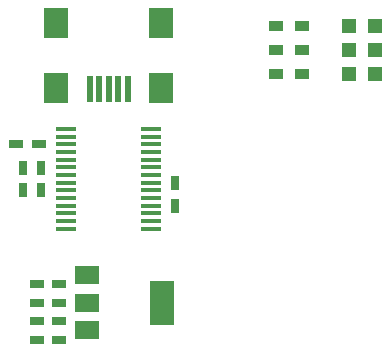
<source format=gtp>
G04 #@! TF.GenerationSoftware,KiCad,Pcbnew,(2017-05-12 revision b823d0b78)-makepkg*
G04 #@! TF.CreationDate,2017-05-13T14:09:32+02:00*
G04 #@! TF.ProjectId,jtagTc2050Adaptor,6A74616754633230353041646170746F,1.0*
G04 #@! TF.FileFunction,Paste,Top*
G04 #@! TF.FilePolarity,Positive*
%FSLAX46Y46*%
G04 Gerber Fmt 4.6, Leading zero omitted, Abs format (unit mm)*
G04 Created by KiCad (PCBNEW (2017-05-12 revision b823d0b78)-makepkg) date 05/13/17 14:09:32*
%MOMM*%
%LPD*%
G01*
G04 APERTURE LIST*
%ADD10C,0.100000*%
%ADD11R,0.750000X1.200000*%
%ADD12R,1.200000X0.750000*%
%ADD13R,2.000000X2.500000*%
%ADD14R,0.500000X2.300000*%
%ADD15R,1.750000X0.450000*%
%ADD16R,2.000000X1.500000*%
%ADD17R,2.000000X3.800000*%
%ADD18R,1.200000X1.200000*%
%ADD19R,1.200000X0.900000*%
G04 APERTURE END LIST*
D10*
D11*
X70485000Y-78679000D03*
X70485000Y-80579000D03*
X68961000Y-80579000D03*
X68961000Y-78679000D03*
X81788000Y-81910000D03*
X81788000Y-80010000D03*
D12*
X70292000Y-76708000D03*
X68392000Y-76708000D03*
X70109000Y-93281500D03*
X72009000Y-93281500D03*
X70106500Y-91694000D03*
X72006500Y-91694000D03*
X70106500Y-90106500D03*
X72006500Y-90106500D03*
X72006500Y-88519000D03*
X70106500Y-88519000D03*
D13*
X71750000Y-66415000D03*
X71750000Y-71915000D03*
X80650000Y-66415000D03*
X80650000Y-71915000D03*
D14*
X74600000Y-72015000D03*
X75400000Y-72015000D03*
X76200000Y-72015000D03*
X77000000Y-72015000D03*
X77800000Y-72015000D03*
D15*
X72600000Y-83854000D03*
X72600000Y-83204000D03*
X72600000Y-82554000D03*
X72600000Y-81904000D03*
X72600000Y-81254000D03*
X72600000Y-80604000D03*
X72600000Y-79954000D03*
X72600000Y-79304000D03*
X72600000Y-78654000D03*
X72600000Y-78004000D03*
X72600000Y-77354000D03*
X72600000Y-76704000D03*
X72600000Y-76054000D03*
X72600000Y-75404000D03*
X79800000Y-75404000D03*
X79800000Y-76054000D03*
X79800000Y-76704000D03*
X79800000Y-77354000D03*
X79800000Y-78004000D03*
X79800000Y-78654000D03*
X79800000Y-79304000D03*
X79800000Y-79954000D03*
X79800000Y-80604000D03*
X79800000Y-81254000D03*
X79800000Y-81904000D03*
X79800000Y-82554000D03*
X79800000Y-83204000D03*
X79800000Y-83854000D03*
D16*
X74383500Y-87806500D03*
X74383500Y-92406500D03*
X74383500Y-90106500D03*
D17*
X80683500Y-90106500D03*
D18*
X96563000Y-66675000D03*
X98763000Y-66675000D03*
X98763000Y-68707000D03*
X96563000Y-68707000D03*
X96563000Y-70739000D03*
X98763000Y-70739000D03*
D19*
X90340000Y-66675000D03*
X92540000Y-66675000D03*
X92540000Y-68707000D03*
X90340000Y-68707000D03*
X90340000Y-70739000D03*
X92540000Y-70739000D03*
M02*

</source>
